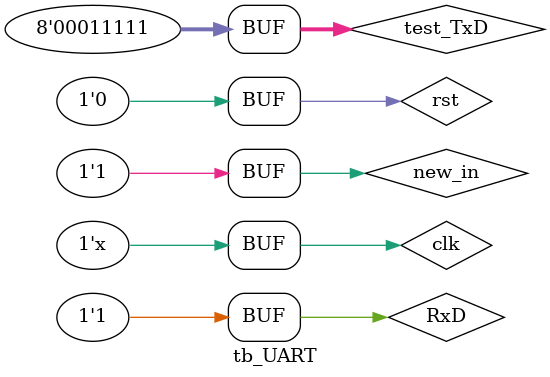
<source format=v>
`timescale 1ns / 1ps


module tb_UART;

	// Inputs
	reg clk;
	reg rst;
	reg RxD;
	reg [7:0] test_TxD;
    reg new_in;
	// Outputs
	
	wire error;
    wire TxD;
    wire new_out;
	// Instantiate the Unit Under Test (UUT)
    
    UART_top a1 (
        .clk(clk), 
        .rst(rst), 
        .datain_ext(test_TxD), 
        .dataout_ext(), 
        .new_in(new_in), 
        .new_out(new_out), 
        .error(error), 
        .RxD(RxD), 
        .TxD(TxD)
        );

    always #1 clk = ~ clk;
    
    
	initial begin
		// Initialize Inputs
		clk = 0;
		rst = 1;
		RxD = 1;
		test_TxD = 0;

		// Wait 100 ns for global reset to finish
		#100 rst = 0;
		#100 test_TxD = 'd31; new_in = 1'b1;
		
        
      
		// Add stimulus here
        
	end
      
endmodule


</source>
